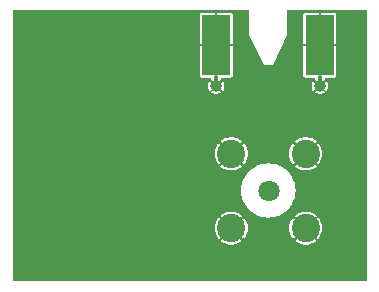
<source format=gbl>
G04 #@! TF.GenerationSoftware,KiCad,Pcbnew,8.0.6*
G04 #@! TF.CreationDate,2024-11-27T10:36:12+01:00*
G04 #@! TF.ProjectId,TDR1,54445231-2e6b-4696-9361-645f70636258,0.1*
G04 #@! TF.SameCoordinates,Original*
G04 #@! TF.FileFunction,Copper,L2,Bot*
G04 #@! TF.FilePolarity,Positive*
%FSLAX46Y46*%
G04 Gerber Fmt 4.6, Leading zero omitted, Abs format (unit mm)*
G04 Created by KiCad (PCBNEW 8.0.6) date 2024-11-27 10:36:12*
%MOMM*%
%LPD*%
G01*
G04 APERTURE LIST*
G04 #@! TA.AperFunction,SMDPad,CuDef*
%ADD10R,2.420000X5.080000*%
G04 #@! TD*
G04 #@! TA.AperFunction,SMDPad,CuDef*
%ADD11R,0.460000X0.950000*%
G04 #@! TD*
G04 #@! TA.AperFunction,ComponentPad*
%ADD12C,0.970000*%
G04 #@! TD*
G04 #@! TA.AperFunction,ComponentPad*
%ADD13C,1.800000*%
G04 #@! TD*
G04 #@! TA.AperFunction,ComponentPad*
%ADD14C,2.400000*%
G04 #@! TD*
G04 #@! TA.AperFunction,ViaPad*
%ADD15C,0.610000*%
G04 #@! TD*
G04 APERTURE END LIST*
D10*
G04 #@! TO.P,J3,2,Ext*
G04 #@! TO.N,GND*
X26000000Y20000000D03*
X17240000Y20000000D03*
D11*
X26000000Y17010000D03*
X17240000Y17010000D03*
D12*
X26000000Y16560000D03*
X17240000Y16560000D03*
G04 #@! TD*
D13*
G04 #@! TO.P,J1,1*
G04 #@! TO.N,Net-(R2-P$3)*
X21666100Y7666400D03*
D14*
G04 #@! TO.P,J1,S1*
G04 #@! TO.N,GND*
X24816100Y10816400D03*
G04 #@! TO.P,J1,S2*
X24816100Y4516400D03*
G04 #@! TO.P,J1,S3*
X18516100Y4516400D03*
G04 #@! TO.P,J1,S4*
X18516100Y10816400D03*
G04 #@! TD*
D15*
G04 #@! TO.N,GND*
X27900000Y18200000D03*
X27900000Y16400000D03*
X14600000Y17450000D03*
X19150000Y16400000D03*
X14300000Y13750000D03*
X19800000Y5800000D03*
X27890000Y4655000D03*
X6900000Y7900000D03*
X15100000Y4750000D03*
X22810000Y2115000D03*
X19200000Y6450000D03*
X24000000Y6500000D03*
X24250000Y7600000D03*
X15190000Y2115000D03*
X3900000Y11000000D03*
X5150000Y12400000D03*
X2490000Y4655000D03*
X24150000Y8500000D03*
X14250000Y9050000D03*
X22650000Y16400000D03*
X9700000Y19800000D03*
X5030000Y4655000D03*
X17730000Y2115000D03*
X25350000Y14815000D03*
X5030000Y2115000D03*
X7570000Y2115000D03*
X12050000Y19250000D03*
X27890000Y9735000D03*
X7570000Y4655000D03*
X19750000Y9500000D03*
X23550000Y9500000D03*
X20700000Y5250000D03*
X14250000Y10650000D03*
X22700000Y13750000D03*
X20550000Y16450000D03*
X7600000Y12400000D03*
X27890000Y2115000D03*
X16750000Y9050000D03*
X2490000Y9735000D03*
X22750000Y10200000D03*
X16300000Y15150000D03*
X23300000Y5650000D03*
X15190000Y19895000D03*
X7100000Y20750000D03*
X20270000Y2115000D03*
X27890000Y14815000D03*
X20550000Y10200000D03*
X22750000Y15100000D03*
X16750000Y6400000D03*
X6900000Y9100000D03*
X12850000Y4700000D03*
X27890000Y12275000D03*
X21700000Y5050000D03*
X16750000Y10600000D03*
X19050000Y8750000D03*
X4200000Y19800000D03*
X2490000Y7195000D03*
X1850000Y19300000D03*
X22700000Y11900000D03*
X22550000Y5250000D03*
X10750000Y4700000D03*
X10110000Y2115000D03*
X14300000Y12600000D03*
X12650000Y2115000D03*
X25350000Y2115000D03*
X10100000Y10500000D03*
X16750000Y11900000D03*
X14250000Y7400000D03*
X20550000Y11900000D03*
X27890000Y7195000D03*
X2490000Y2115000D03*
G04 #@! TD*
G04 #@! TA.AperFunction,Conductor*
G04 #@! TO.N,GND*
G36*
X19981334Y22971734D02*
G01*
X19992200Y22945500D01*
X19992200Y20850000D01*
X21250000Y18318512D01*
X22050000Y18319009D01*
X22799014Y19898799D01*
X24587601Y19898799D01*
X24587601Y17440063D01*
X24599344Y17381028D01*
X24644076Y17314080D01*
X24644079Y17314077D01*
X24711026Y17269346D01*
X24711029Y17269344D01*
X24770065Y17257601D01*
X25530500Y17257601D01*
X25556734Y17246735D01*
X25567600Y17220501D01*
X25567600Y17135519D01*
X25925165Y16777954D01*
X25869715Y16754985D01*
X25805015Y16690285D01*
X25782046Y16634835D01*
X25447393Y16969488D01*
X25386869Y16881801D01*
X25386867Y16881797D01*
X25327672Y16725718D01*
X25307551Y16560000D01*
X25327672Y16394283D01*
X25386867Y16238204D01*
X25386869Y16238200D01*
X25447393Y16150515D01*
X25782046Y16485168D01*
X25805015Y16429715D01*
X25869715Y16365015D01*
X25925164Y16342048D01*
X25588933Y16005816D01*
X25606642Y15990127D01*
X25606647Y15990124D01*
X25754453Y15912550D01*
X25754453Y15912549D01*
X25916531Y15872601D01*
X25916537Y15872600D01*
X26083463Y15872600D01*
X26083468Y15872601D01*
X26245546Y15912549D01*
X26393352Y15990125D01*
X26393357Y15990129D01*
X26411065Y16005816D01*
X26074834Y16342047D01*
X26130285Y16365015D01*
X26194985Y16429715D01*
X26217953Y16485166D01*
X26552605Y16150514D01*
X26613131Y16238200D01*
X26613132Y16238204D01*
X26672327Y16394283D01*
X26692448Y16560000D01*
X26672327Y16725718D01*
X26613132Y16881797D01*
X26613130Y16881801D01*
X26552604Y16969488D01*
X26217952Y16634836D01*
X26194985Y16690285D01*
X26130285Y16754985D01*
X26074834Y16777954D01*
X26432399Y17135518D01*
X26432399Y17220501D01*
X26443265Y17246735D01*
X26469499Y17257601D01*
X27229930Y17257601D01*
X27229937Y17257602D01*
X27288972Y17269345D01*
X27355920Y17314077D01*
X27355923Y17314080D01*
X27400654Y17381027D01*
X27400656Y17381030D01*
X27412399Y17440062D01*
X27412400Y17440070D01*
X27412400Y19898799D01*
X27412399Y19898800D01*
X26101201Y19898800D01*
X26101200Y19898799D01*
X26101200Y16945900D01*
X26090334Y16919666D01*
X26064100Y16908800D01*
X25935900Y16908800D01*
X25909666Y16919666D01*
X25898800Y16945900D01*
X25898800Y19898799D01*
X25898799Y19898800D01*
X24587602Y19898800D01*
X24587601Y19898799D01*
X22799014Y19898799D01*
X23250000Y20850000D01*
X23250000Y22559939D01*
X24587600Y22559939D01*
X24587600Y20101201D01*
X24587601Y20101200D01*
X25898799Y20101200D01*
X25898800Y20101201D01*
X25898800Y22742399D01*
X26101200Y22742399D01*
X26101200Y20101201D01*
X26101201Y20101200D01*
X27412398Y20101200D01*
X27412399Y20101201D01*
X27412399Y22559930D01*
X27412398Y22559938D01*
X27400655Y22618973D01*
X27355923Y22685921D01*
X27355920Y22685924D01*
X27288973Y22730655D01*
X27288970Y22730657D01*
X27229938Y22742400D01*
X26101201Y22742400D01*
X26101200Y22742399D01*
X25898800Y22742399D01*
X25898799Y22742400D01*
X24770070Y22742400D01*
X24770062Y22742399D01*
X24711027Y22730656D01*
X24644079Y22685924D01*
X24644076Y22685921D01*
X24599345Y22618974D01*
X24599343Y22618971D01*
X24587600Y22559939D01*
X23250000Y22559939D01*
X23250000Y22945500D01*
X23260866Y22971734D01*
X23287100Y22982600D01*
X29960200Y22982600D01*
X29986434Y22971734D01*
X29997300Y22945500D01*
X29997300Y37100D01*
X29986434Y10866D01*
X29960200Y0D01*
X37100Y0D01*
X10866Y10866D01*
X0Y37100D01*
X0Y4516403D01*
X17108894Y4516403D01*
X17108894Y4516398D01*
X17128084Y4284790D01*
X17185141Y4059477D01*
X17278495Y3846651D01*
X17278498Y3846646D01*
X17405619Y3652073D01*
X17455005Y3598426D01*
X17882005Y4025427D01*
X17894699Y4006430D01*
X18006130Y3894999D01*
X18025124Y3882308D01*
X17597258Y3454442D01*
X17597258Y3454441D01*
X17746429Y3338335D01*
X17950832Y3227718D01*
X18170648Y3152256D01*
X18170649Y3152255D01*
X18399889Y3114001D01*
X18399895Y3114000D01*
X18632305Y3114000D01*
X18632310Y3114001D01*
X18861550Y3152255D01*
X18861551Y3152256D01*
X19081367Y3227718D01*
X19285766Y3338333D01*
X19434940Y3454442D01*
X19007074Y3882307D01*
X19026070Y3894999D01*
X19137501Y4006430D01*
X19150193Y4025426D01*
X19577193Y3598426D01*
X19626581Y3652076D01*
X19626584Y3652079D01*
X19753701Y3846646D01*
X19753704Y3846651D01*
X19847058Y4059477D01*
X19904115Y4284790D01*
X19923306Y4516398D01*
X19923306Y4516403D01*
X23408894Y4516403D01*
X23408894Y4516398D01*
X23428084Y4284790D01*
X23485141Y4059477D01*
X23578495Y3846651D01*
X23578498Y3846646D01*
X23705619Y3652073D01*
X23755005Y3598426D01*
X24182005Y4025427D01*
X24194699Y4006430D01*
X24306130Y3894999D01*
X24325124Y3882308D01*
X23897258Y3454442D01*
X23897258Y3454441D01*
X24046429Y3338335D01*
X24250832Y3227718D01*
X24470648Y3152256D01*
X24470649Y3152255D01*
X24699889Y3114001D01*
X24699895Y3114000D01*
X24932305Y3114000D01*
X24932310Y3114001D01*
X25161550Y3152255D01*
X25161551Y3152256D01*
X25381367Y3227718D01*
X25585766Y3338333D01*
X25734940Y3454442D01*
X25307074Y3882307D01*
X25326070Y3894999D01*
X25437501Y4006430D01*
X25450193Y4025426D01*
X25877193Y3598426D01*
X25926581Y3652076D01*
X25926584Y3652079D01*
X26053701Y3846646D01*
X26053704Y3846651D01*
X26147058Y4059477D01*
X26204115Y4284790D01*
X26223306Y4516398D01*
X26223306Y4516403D01*
X26204115Y4748011D01*
X26147058Y4973324D01*
X26053704Y5186150D01*
X26053701Y5186155D01*
X25926580Y5380728D01*
X25877193Y5434376D01*
X25450192Y5007376D01*
X25437501Y5026370D01*
X25326070Y5137801D01*
X25307074Y5150494D01*
X25734941Y5578360D01*
X25734940Y5578361D01*
X25585770Y5694466D01*
X25381367Y5805083D01*
X25161551Y5880545D01*
X25161550Y5880546D01*
X24932310Y5918800D01*
X24699889Y5918800D01*
X24470649Y5880546D01*
X24470648Y5880545D01*
X24250832Y5805083D01*
X24046429Y5694466D01*
X23897258Y5578361D01*
X24325125Y5150494D01*
X24306130Y5137801D01*
X24194699Y5026370D01*
X24182006Y5007375D01*
X23755005Y5434376D01*
X23705616Y5380724D01*
X23578498Y5186155D01*
X23578495Y5186150D01*
X23485141Y4973324D01*
X23428084Y4748011D01*
X23408894Y4516403D01*
X19923306Y4516403D01*
X19904115Y4748011D01*
X19847058Y4973324D01*
X19753704Y5186150D01*
X19753701Y5186155D01*
X19626580Y5380728D01*
X19577193Y5434376D01*
X19150192Y5007376D01*
X19137501Y5026370D01*
X19026070Y5137801D01*
X19007074Y5150494D01*
X19434941Y5578360D01*
X19434940Y5578361D01*
X19285770Y5694466D01*
X19081367Y5805083D01*
X18861551Y5880545D01*
X18861550Y5880546D01*
X18632310Y5918800D01*
X18399889Y5918800D01*
X18170649Y5880546D01*
X18170648Y5880545D01*
X17950832Y5805083D01*
X17746429Y5694466D01*
X17597258Y5578361D01*
X18025125Y5150494D01*
X18006130Y5137801D01*
X17894699Y5026370D01*
X17882006Y5007375D01*
X17455005Y5434376D01*
X17405616Y5380724D01*
X17278498Y5186155D01*
X17278495Y5186150D01*
X17185141Y4973324D01*
X17128084Y4748011D01*
X17108894Y4516403D01*
X0Y4516403D01*
X0Y7700000D01*
X19350000Y7700000D01*
X19369677Y7399785D01*
X19428371Y7104713D01*
X19428372Y7104710D01*
X19525075Y6819831D01*
X19658139Y6550006D01*
X19658142Y6550000D01*
X19825287Y6299849D01*
X20023654Y6073654D01*
X20249849Y5875287D01*
X20500000Y5708142D01*
X20762116Y5578880D01*
X20769830Y5575076D01*
X21054709Y5478373D01*
X21054712Y5478372D01*
X21054714Y5478372D01*
X21054716Y5478371D01*
X21206279Y5448223D01*
X21349784Y5419678D01*
X21349785Y5419678D01*
X21349790Y5419677D01*
X21650000Y5400000D01*
X21950210Y5419677D01*
X22245284Y5478371D01*
X22530172Y5575077D01*
X22800000Y5708142D01*
X23050151Y5875287D01*
X23276346Y6073654D01*
X23474713Y6299849D01*
X23641858Y6550000D01*
X23774923Y6819828D01*
X23871629Y7104716D01*
X23930323Y7399790D01*
X23950000Y7700000D01*
X23930323Y8000210D01*
X23871629Y8295284D01*
X23774923Y8580172D01*
X23641858Y8850000D01*
X23474713Y9100151D01*
X23276346Y9326346D01*
X23050151Y9524713D01*
X22800000Y9691858D01*
X22673093Y9754442D01*
X22530169Y9824925D01*
X22245290Y9921628D01*
X22245287Y9921629D01*
X21950215Y9980323D01*
X21650000Y10000000D01*
X21349784Y9980323D01*
X21054712Y9921629D01*
X21054709Y9921628D01*
X20769830Y9824925D01*
X20500005Y9691861D01*
X20500001Y9691859D01*
X20500000Y9691858D01*
X20419897Y9638335D01*
X20249843Y9524709D01*
X20023659Y9326351D01*
X20023649Y9326341D01*
X19825291Y9100157D01*
X19658139Y8849995D01*
X19525075Y8580170D01*
X19428372Y8295291D01*
X19428371Y8295288D01*
X19369677Y8000216D01*
X19350000Y7700000D01*
X0Y7700000D01*
X0Y10816403D01*
X17108894Y10816403D01*
X17108894Y10816398D01*
X17128084Y10584790D01*
X17185141Y10359477D01*
X17278495Y10146651D01*
X17278498Y10146646D01*
X17405619Y9952073D01*
X17455005Y9898426D01*
X17882005Y10325427D01*
X17894699Y10306430D01*
X18006130Y10194999D01*
X18025124Y10182308D01*
X17597258Y9754442D01*
X17597258Y9754441D01*
X17746429Y9638335D01*
X17950832Y9527718D01*
X18170648Y9452256D01*
X18170649Y9452255D01*
X18399889Y9414001D01*
X18399895Y9414000D01*
X18632305Y9414000D01*
X18632310Y9414001D01*
X18861550Y9452255D01*
X18861551Y9452256D01*
X19081367Y9527718D01*
X19285766Y9638333D01*
X19434940Y9754442D01*
X19007074Y10182307D01*
X19026070Y10194999D01*
X19137501Y10306430D01*
X19150193Y10325426D01*
X19577193Y9898426D01*
X19626581Y9952076D01*
X19626584Y9952079D01*
X19753701Y10146646D01*
X19753704Y10146651D01*
X19847058Y10359477D01*
X19904115Y10584790D01*
X19923306Y10816398D01*
X19923306Y10816403D01*
X23408894Y10816403D01*
X23408894Y10816398D01*
X23428084Y10584790D01*
X23485141Y10359477D01*
X23578495Y10146651D01*
X23578498Y10146646D01*
X23705619Y9952073D01*
X23755005Y9898426D01*
X24182005Y10325427D01*
X24194699Y10306430D01*
X24306130Y10194999D01*
X24325124Y10182308D01*
X23897258Y9754442D01*
X23897258Y9754441D01*
X24046429Y9638335D01*
X24250832Y9527718D01*
X24470648Y9452256D01*
X24470649Y9452255D01*
X24699889Y9414001D01*
X24699895Y9414000D01*
X24932305Y9414000D01*
X24932310Y9414001D01*
X25161550Y9452255D01*
X25161551Y9452256D01*
X25381367Y9527718D01*
X25585766Y9638333D01*
X25734940Y9754442D01*
X25307074Y10182307D01*
X25326070Y10194999D01*
X25437501Y10306430D01*
X25450193Y10325426D01*
X25877193Y9898426D01*
X25926581Y9952076D01*
X25926584Y9952079D01*
X26053701Y10146646D01*
X26053704Y10146651D01*
X26147058Y10359477D01*
X26204115Y10584790D01*
X26223306Y10816398D01*
X26223306Y10816403D01*
X26204115Y11048011D01*
X26147058Y11273324D01*
X26053704Y11486150D01*
X26053701Y11486155D01*
X25926580Y11680728D01*
X25877193Y11734376D01*
X25450192Y11307376D01*
X25437501Y11326370D01*
X25326070Y11437801D01*
X25307074Y11450494D01*
X25734941Y11878360D01*
X25734940Y11878361D01*
X25585770Y11994466D01*
X25381367Y12105083D01*
X25161551Y12180545D01*
X25161550Y12180546D01*
X24932310Y12218800D01*
X24699889Y12218800D01*
X24470649Y12180546D01*
X24470648Y12180545D01*
X24250832Y12105083D01*
X24046429Y11994466D01*
X23897258Y11878361D01*
X24325125Y11450494D01*
X24306130Y11437801D01*
X24194699Y11326370D01*
X24182006Y11307375D01*
X23755005Y11734376D01*
X23705616Y11680724D01*
X23578498Y11486155D01*
X23578495Y11486150D01*
X23485141Y11273324D01*
X23428084Y11048011D01*
X23408894Y10816403D01*
X19923306Y10816403D01*
X19904115Y11048011D01*
X19847058Y11273324D01*
X19753704Y11486150D01*
X19753701Y11486155D01*
X19626580Y11680728D01*
X19577193Y11734376D01*
X19150192Y11307376D01*
X19137501Y11326370D01*
X19026070Y11437801D01*
X19007074Y11450494D01*
X19434941Y11878360D01*
X19434940Y11878361D01*
X19285770Y11994466D01*
X19081367Y12105083D01*
X18861551Y12180545D01*
X18861550Y12180546D01*
X18632310Y12218800D01*
X18399889Y12218800D01*
X18170649Y12180546D01*
X18170648Y12180545D01*
X17950832Y12105083D01*
X17746429Y11994466D01*
X17597258Y11878361D01*
X18025125Y11450494D01*
X18006130Y11437801D01*
X17894699Y11326370D01*
X17882006Y11307375D01*
X17455005Y11734376D01*
X17405616Y11680724D01*
X17278498Y11486155D01*
X17278495Y11486150D01*
X17185141Y11273324D01*
X17128084Y11048011D01*
X17108894Y10816403D01*
X0Y10816403D01*
X0Y19898799D01*
X15827601Y19898799D01*
X15827601Y17440063D01*
X15839344Y17381028D01*
X15884076Y17314080D01*
X15884079Y17314077D01*
X15951026Y17269346D01*
X15951029Y17269344D01*
X16010065Y17257601D01*
X16770500Y17257601D01*
X16796734Y17246735D01*
X16807600Y17220501D01*
X16807600Y17135519D01*
X17165165Y16777954D01*
X17109715Y16754985D01*
X17045015Y16690285D01*
X17022046Y16634835D01*
X16687393Y16969488D01*
X16626869Y16881801D01*
X16626867Y16881797D01*
X16567672Y16725718D01*
X16547551Y16560000D01*
X16567672Y16394283D01*
X16626867Y16238204D01*
X16626869Y16238200D01*
X16687393Y16150515D01*
X17022046Y16485168D01*
X17045015Y16429715D01*
X17109715Y16365015D01*
X17165164Y16342048D01*
X16828933Y16005816D01*
X16846642Y15990127D01*
X16846647Y15990124D01*
X16994453Y15912550D01*
X16994453Y15912549D01*
X17156531Y15872601D01*
X17156537Y15872600D01*
X17323463Y15872600D01*
X17323468Y15872601D01*
X17485546Y15912549D01*
X17633352Y15990125D01*
X17633357Y15990129D01*
X17651065Y16005816D01*
X17314834Y16342047D01*
X17370285Y16365015D01*
X17434985Y16429715D01*
X17457953Y16485166D01*
X17792605Y16150514D01*
X17853131Y16238200D01*
X17853132Y16238204D01*
X17912327Y16394283D01*
X17932448Y16560000D01*
X17912327Y16725718D01*
X17853132Y16881797D01*
X17853130Y16881801D01*
X17792604Y16969488D01*
X17457952Y16634836D01*
X17434985Y16690285D01*
X17370285Y16754985D01*
X17314834Y16777954D01*
X17672399Y17135518D01*
X17672399Y17220501D01*
X17683265Y17246735D01*
X17709499Y17257601D01*
X18469930Y17257601D01*
X18469937Y17257602D01*
X18528972Y17269345D01*
X18595920Y17314077D01*
X18595923Y17314080D01*
X18640654Y17381027D01*
X18640656Y17381030D01*
X18652399Y17440062D01*
X18652400Y17440070D01*
X18652400Y19898799D01*
X18652399Y19898800D01*
X17341201Y19898800D01*
X17341200Y19898799D01*
X17341200Y16945900D01*
X17330334Y16919666D01*
X17304100Y16908800D01*
X17175900Y16908800D01*
X17149666Y16919666D01*
X17138800Y16945900D01*
X17138800Y19898799D01*
X17138799Y19898800D01*
X15827602Y19898800D01*
X15827601Y19898799D01*
X0Y19898799D01*
X0Y22559939D01*
X15827600Y22559939D01*
X15827600Y20101201D01*
X15827601Y20101200D01*
X17138799Y20101200D01*
X17138800Y20101201D01*
X17138800Y22742399D01*
X17341200Y22742399D01*
X17341200Y20101201D01*
X17341201Y20101200D01*
X18652398Y20101200D01*
X18652399Y20101201D01*
X18652399Y22559930D01*
X18652398Y22559938D01*
X18640655Y22618973D01*
X18595923Y22685921D01*
X18595920Y22685924D01*
X18528973Y22730655D01*
X18528970Y22730657D01*
X18469938Y22742400D01*
X17341201Y22742400D01*
X17341200Y22742399D01*
X17138800Y22742399D01*
X17138799Y22742400D01*
X16010070Y22742400D01*
X16010062Y22742399D01*
X15951027Y22730656D01*
X15884079Y22685924D01*
X15884076Y22685921D01*
X15839345Y22618974D01*
X15839343Y22618971D01*
X15827600Y22559939D01*
X0Y22559939D01*
X0Y22945500D01*
X10866Y22971734D01*
X37100Y22982600D01*
X19955100Y22982600D01*
X19981334Y22971734D01*
G37*
G04 #@! TD.AperFunction*
G04 #@! TD*
M02*

</source>
